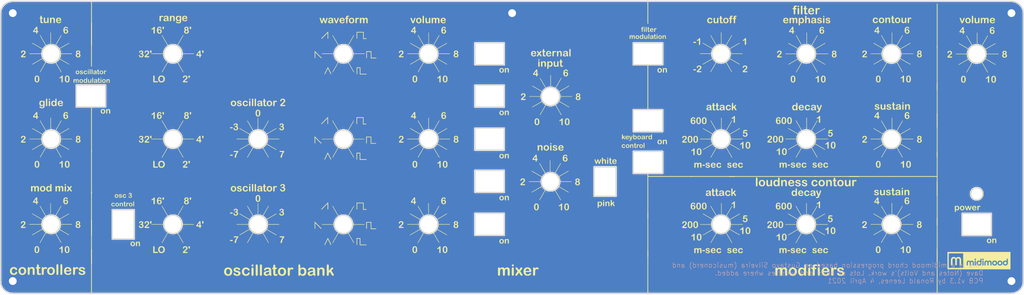
<source format=kicad_pcb>
(kicad_pcb (version 20171130) (host pcbnew "(5.1.9-0-10_14)")
  (title_block (title "MidoMooD v3"))
  (layers (0 F.Cu signal hide) (31 B.Cu signal) (34 B.Paste user) (35 F.Paste user hide) (36 B.SilkS user) (37 F.SilkS user) (38 B.Mask user) (39 F.Mask user) (44 Edge.Cuts user))
  (net 0 "")
  (net 1 GND)
  (module "kicad libs:frontpanel3" (layer F.Cu) (at 232 87.5)
    (fp_text reference G*** hide)
    (fp_text value LOGO hide)
  )
  (module MountingHole:MountingHole_3.2mm_M3_DIN965_Pad_TopBottom (layer F.Cu) (at 232.045793 32.288117)
    (fp_text reference H3 hide)
    (fp_text value MH)
    (pad 1 connect circle (at 0 0) (size 5.6 5.6) (layers B.Cu B.Mask) (net 1 GND))
    (pad 1 connect circle (at 0 0) (size 5.6 5.6) (layers F.Cu F.Mask) (net 1 GND))
    (pad 1 thru_hole circle (at 0 0) (size 3.6 3.6) (drill 3.2) (layers *.Cu *.Mask) (net 1 GND))
  )
  (module "MidiMood v3:midimoodi" (layer F.Cu) (at 423.7 133.9)
    (fp_text reference G*** hide)
    (fp_text value LOGO hide)
  )
  (module MountingHole:MountingHole_3.2mm_M3_DIN965_Pad_TopBottom (layer F.Cu) (at 437.045792 142.288116)
    (fp_text reference H5 hide)
    (fp_text value MountingHole_Pad)
    (pad 1 connect circle (at 0 0) (size 5.6 5.6) (layers B.Cu B.Mask) (net 1 GND))
    (pad 1 connect circle (at 0 0) (size 5.6 5.6) (layers F.Cu F.Mask) (net 1 GND))
    (pad 1 thru_hole circle (at 0 0) (size 3.6 3.6) (drill 3.2) (layers *.Cu *.Mask) (net 1 GND))
  )
  (module MountingHole:MountingHole_3.2mm_M3_DIN965_Pad_TopBottom (layer F.Cu) (at 437.045792 32.288117)
    (fp_text reference H4 hide)
    (fp_text value MountingHole_Pad)
    (pad 1 connect circle (at 0 0) (size 5.6 5.6) (layers B.Cu B.Mask) (net 1 GND))
    (pad 1 connect circle (at 0 0) (size 5.6 5.6) (layers F.Cu F.Mask) (net 1 GND))
    (pad 1 thru_hole circle (at 0 0) (size 3.6 3.6) (drill 3.2) (layers *.Cu *.Mask) (net 1 GND))
  )
  (module MountingHole:MountingHole_3.2mm_M3_DIN965_Pad_TopBottom (layer F.Cu) (at 27.045793 32.288117)
    (fp_text reference H2 hide)
    (fp_text value MountingHole_Pad)
    (pad 1 connect circle (at 0 0) (size 5.6 5.6) (layers B.Cu B.Mask) (net 1 GND))
    (pad 1 connect circle (at 0 0) (size 5.6 5.6) (layers F.Cu F.Mask) (net 1 GND))
    (pad 1 thru_hole circle (at 0 0) (size 3.6 3.6) (drill 3.2) (layers *.Cu *.Mask) (net 1 GND))
  )
  (module MountingHole:MountingHole_3.2mm_M3_DIN965_Pad_TopBottom (layer F.Cu) (at 27.045793 142.288116)
    (fp_text reference H1 hide)
    (fp_text value MountingHole_Pad)
    (pad 1 connect circle (at 0 0) (size 5.6 5.6) (layers B.Cu B.Mask) (net 1 GND))
    (pad 1 connect circle (at 0 0) (size 5.6 5.6) (layers F.Cu F.Mask) (net 1 GND))
    (pad 1 thru_hole circle (at 0 0) (size 3.6 3.6) (drill 3.2) (layers *.Cu *.Mask) (net 1 GND))
  )
  (gr_text "This is a midimood chord progression based on Gustavo Silveira (musiconerd) and\nDave (Notes and Volts)’s work. Lots of bells and whistles where added.\nPCB v1.3 by Ronald Leenes, 4 April 2021" (at 425.6 139) (layer B.SilkS) (effects (font (size 2 2)) (justify left mirror)))
  (gr_circle (center 352.799999 118.999999) (end 356.549999 118.999999) (layer Edge.Cuts) (width 0.4))
  (gr_line (start 228.8 79.499999) (end 216.8 79.499999) (layer Edge.Cuts) (width 0.4))
  (gr_line (start 228.8 88.499999) (end 228.8 79.499999) (layer Edge.Cuts) (width 0.4))
  (gr_line (start 216.8 88.499999) (end 228.8 88.499999) (layer Edge.Cuts) (width 0.4))
  (gr_line (start 216.8 61.831246) (end 216.8 70.831245) (layer Edge.Cuts) (width 0.4))
  (gr_line (start 228.8 61.831246) (end 216.8 61.831246) (layer Edge.Cuts) (width 0.4))
  (gr_line (start 281.8 98.082174) (end 293.8 98.082174) (layer Edge.Cuts) (width 0.4))
  (gr_line (start 281.8 71.926873) (end 281.8 80.926873) (layer Edge.Cuts) (width 0.4))
  (gr_line (start 293.8 71.926873) (end 281.8 71.926873) (layer Edge.Cuts) (width 0.4))
  (gr_line (start 293.8 80.926873) (end 293.8 71.926873) (layer Edge.Cuts) (width 0.4))
  (gr_line (start 228.8 70.831245) (end 228.8 61.831246) (layer Edge.Cuts) (width 0.4))
  (gr_line (start 216.8 70.831245) (end 228.8 70.831245) (layer Edge.Cuts) (width 0.4))
  (gr_line (start 216.8 44.499999) (end 216.8 53.5) (layer Edge.Cuts) (width 0.4))
  (gr_line (start 228.800001 44.499999) (end 216.8 44.499999) (layer Edge.Cuts) (width 0.4))
  (gr_line (start 228.800001 53.5) (end 228.800001 44.499999) (layer Edge.Cuts) (width 0.4))
  (gr_line (start 216.8 53.5) (end 228.800001 53.5) (layer Edge.Cuts) (width 0.4))
  (gr_line (start 216.8 114.499999) (end 216.8 123.499999) (layer Edge.Cuts) (width 0.4))
  (gr_line (start 228.8 114.499999) (end 216.8 114.499999) (layer Edge.Cuts) (width 0.4))
  (gr_line (start 228.8 123.499999) (end 228.8 114.499999) (layer Edge.Cuts) (width 0.4))
  (gr_circle (center 422.782113 49.047969) (end 426.532113 49.047969) (layer Edge.Cuts) (width 0.4))
  (gr_line (start 265.694345 107.434953) (end 274.694345 107.434953) (layer Edge.Cuts) (width 0.4))
  (gr_line (start 416.782113 114.547968) (end 416.782113 123.547968) (layer Edge.Cuts) (width 0.4))
  (gr_line (start 428.782113 114.547968) (end 416.782113 114.547968) (layer Edge.Cuts) (width 0.4))
  (gr_line (start 428.782113 123.547968) (end 428.782113 114.547968) (layer Edge.Cuts) (width 0.4))
  (gr_line (start 416.782113 123.547968) (end 428.782113 123.547968) (layer Edge.Cuts) (width 0.4))
  (gr_line (start 281.8 89.082174) (end 281.8 98.082174) (layer Edge.Cuts) (width 0.4))
  (gr_line (start 293.8 89.082174) (end 281.8 89.082174) (layer Edge.Cuts) (width 0.4))
  (gr_line (start 293.8 98.082174) (end 293.8 89.082174) (layer Edge.Cuts) (width 0.4))
  (gr_circle (center 42.8 83.999999) (end 46.55 83.999999) (layer Edge.Cuts) (width 0.4))
  (gr_circle (center 42.8 49) (end 46.55 49) (layer Edge.Cuts) (width 0.4))
  (gr_circle (center 92.8 49) (end 96.55 49) (layer Edge.Cuts) (width 0.4))
  (gr_circle (center 92.8 83.999999) (end 96.55 83.999999) (layer Edge.Cuts) (width 0.4))
  (gr_circle (center 387.799999 118.999998) (end 391.549999 118.999998) (layer Edge.Cuts) (width 0.4))
  (gr_circle (center 92.8 118.999999) (end 96.55 118.999999) (layer Edge.Cuts) (width 0.4))
  (gr_circle (center 127.8 118.999999) (end 131.55 118.999999) (layer Edge.Cuts) (width 0.4))
  (gr_line (start 265.694345 95.434953) (end 265.694345 107.434953) (layer Edge.Cuts) (width 0.4))
  (gr_line (start 274.694345 95.434953) (end 265.694345 95.434953) (layer Edge.Cuts) (width 0.4))
  (gr_line (start 274.694345 107.434953) (end 274.694345 95.434953) (layer Edge.Cuts) (width 0.4))
  (gr_line (start 281.8 80.926873) (end 293.8 80.926873) (layer Edge.Cuts) (width 0.4))
  (gr_line (start 281.8 44.5) (end 281.8 53.5) (layer Edge.Cuts) (width 0.4))
  (gr_line (start 293.8 44.5) (end 281.8 44.5) (layer Edge.Cuts) (width 0.4))
  (gr_line (start 293.8 53.5) (end 293.8 44.5) (layer Edge.Cuts) (width 0.4))
  (gr_line (start 281.8 53.5) (end 293.8 53.5) (layer Edge.Cuts) (width 0.4))
  (gr_line (start 216.8 96.870734) (end 216.8 105.870734) (layer Edge.Cuts) (width 0.4))
  (gr_line (start 228.800001 96.870734) (end 216.8 96.870734) (layer Edge.Cuts) (width 0.4))
  (gr_circle (center 352.799999 83.999998) (end 356.55 83.999998) (layer Edge.Cuts) (width 0.4))
  (gr_circle (center 317.800001 83.999998) (end 321.550001 83.999998) (layer Edge.Cuts) (width 0.4))
  (gr_line (start 228.800001 105.870734) (end 228.800001 96.870734) (layer Edge.Cuts) (width 0.4))
  (gr_line (start 216.8 105.870734) (end 228.800001 105.870734) (layer Edge.Cuts) (width 0.4))
  (gr_line (start 216.8 79.499999) (end 216.8 88.499999) (layer Edge.Cuts) (width 0.4))
  (gr_line (start 436.999119 27.407499) (end 26.99912 27.407499) (layer Edge.Cuts) (width 0.4))
  (gr_circle (center 422.782113 106.445423) (end 425.282113 106.445423) (layer Edge.Cuts) (width 0.4))
  (gr_line (start 53.1 61.8) (end 53.1 70.799999) (layer Edge.Cuts) (width 0.4))
  (gr_line (start 65.1 61.8) (end 53.1 61.8) (layer Edge.Cuts) (width 0.4))
  (gr_line (start 65.1 70.799999) (end 65.1 61.8) (layer Edge.Cuts) (width 0.4))
  (gr_line (start 53.1 70.799999) (end 65.1 70.799999) (layer Edge.Cuts) (width 0.4))
  (gr_circle (center 317.800001 118.999999) (end 321.550001 118.999999) (layer Edge.Cuts) (width 0.4))
  (gr_line (start 76.9 125) (end 76.9 113) (layer Edge.Cuts) (width 0.4))
  (gr_line (start 67.9 124.999999) (end 76.9 124.999999) (layer Edge.Cuts) (width 0.4))
  (gr_line (start 67.9 113) (end 67.9 125) (layer Edge.Cuts) (width 0.4))
  (gr_line (start 76.9 113) (end 67.9 113) (layer Edge.Cuts) (width 0.4))
  (gr_arc (start 436.999119 32.407499) (end 441.999119 32.407499) (angle -90) (layer Edge.Cuts) (width 0.4))
  (gr_line (start 441.999119 142.407498) (end 441.999119 32.407499) (layer Edge.Cuts) (width 0.4))
  (gr_arc (start 436.999119 142.407498) (end 436.999119 147.407498) (angle -90) (layer Edge.Cuts) (width 0.4))
  (gr_line (start 26.99912 147.407498) (end 436.999119 147.407498) (layer Edge.Cuts) (width 0.4))
  (gr_arc (start 26.99912 142.407498) (end 21.99912 142.407498) (angle -90) (layer Edge.Cuts) (width 0.4))
  (gr_line (start 21.99912 32.407499) (end 21.99912 142.407498) (layer Edge.Cuts) (width 0.4))
  (gr_arc (start 26.99912 32.407499) (end 26.99912 27.407499) (angle -90) (layer Edge.Cuts) (width 0.4))
  (gr_line (start 216.8 123.499999) (end 228.8 123.499999) (layer Edge.Cuts) (width 0.4))
  (gr_circle (center 42.8 118.999999) (end 46.55 118.999999) (layer Edge.Cuts) (width 0.4))
  (gr_circle (center 352.799999 49) (end 356.549999 49) (layer Edge.Cuts) (width 0.4))
  (gr_circle (center 127.8 83.999999) (end 131.55 83.999999) (layer Edge.Cuts) (width 0.4))
  (gr_circle (center 162.8 118.999999) (end 166.55 118.999999) (layer Edge.Cuts) (width 0.4))
  (gr_circle (center 387.782113 84.047968) (end 391.532113 84.047968) (layer Edge.Cuts) (width 0.4))
  (gr_circle (center 247.8 66.499999) (end 251.55 66.499999) (layer Edge.Cuts) (width 0.4))
  (gr_circle (center 317.800001 49) (end 321.550001 49) (layer Edge.Cuts) (width 0.4))
  (gr_circle (center 387.782113 49.047969) (end 391.532113 49.047969) (layer Edge.Cuts) (width 0.4))
  (gr_circle (center 197.8 118.999999) (end 201.55 118.999999) (layer Edge.Cuts) (width 0.4))
  (gr_circle (center 197.8 83.999999) (end 201.55 83.999999) (layer Edge.Cuts) (width 0.4))
  (gr_circle (center 197.8 49) (end 201.55 49) (layer Edge.Cuts) (width 0.4))
  (gr_circle (center 247.8 101.499999) (end 251.55 101.499999) (layer Edge.Cuts) (width 0.4))
  (gr_circle (center 162.8 83.999999) (end 166.55 83.999999) (layer Edge.Cuts) (width 0.4))
  (gr_circle (center 162.8 49) (end 166.55 49) (layer Edge.Cuts) (width 0.4))
  (zone (net 1) (net_name GND) (layer B.Cu) (connect_pads yes (clearance 0.2)) (min_thickness 0.254) (fill yes (arc_segments 32) (thermal_gap 0.508) (thermal_bridge_width 0.508))
    (polygon (pts (xy 442 147.3) (xy 21.8 147.5) (xy 22 27.6) (xy 22 27.4) (xy 441.9 27.2)))
  )
  (zone (net 1) (net_name GND) (layer B.Cu) (connect_pads yes (clearance 0.2)) (min_thickness 0.254) (fill yes (arc_segments 32) (thermal_gap 0.508) (thermal_bridge_width 0.508))
    (polygon (pts (xy 22.1 27.3) (xy 441.7 27.5) (xy 441.3 148.1) (xy 21.9 147.7) (xy 21.9 26.9)))
  )
  (zone (net 1) (net_name GND) (layer F.Cu) (connect_pads yes (clearance 0.2)) (min_thickness 0.254) (fill yes (arc_segments 32) (thermal_gap 0.508) (thermal_bridge_width 0.508))
    (polygon (pts (xy 442.7 147.3) (xy 21.2 147.7) (xy 22 27.7) (xy 441.6 27.3) (xy 441.7 27.3)))
  )
)
</source>
